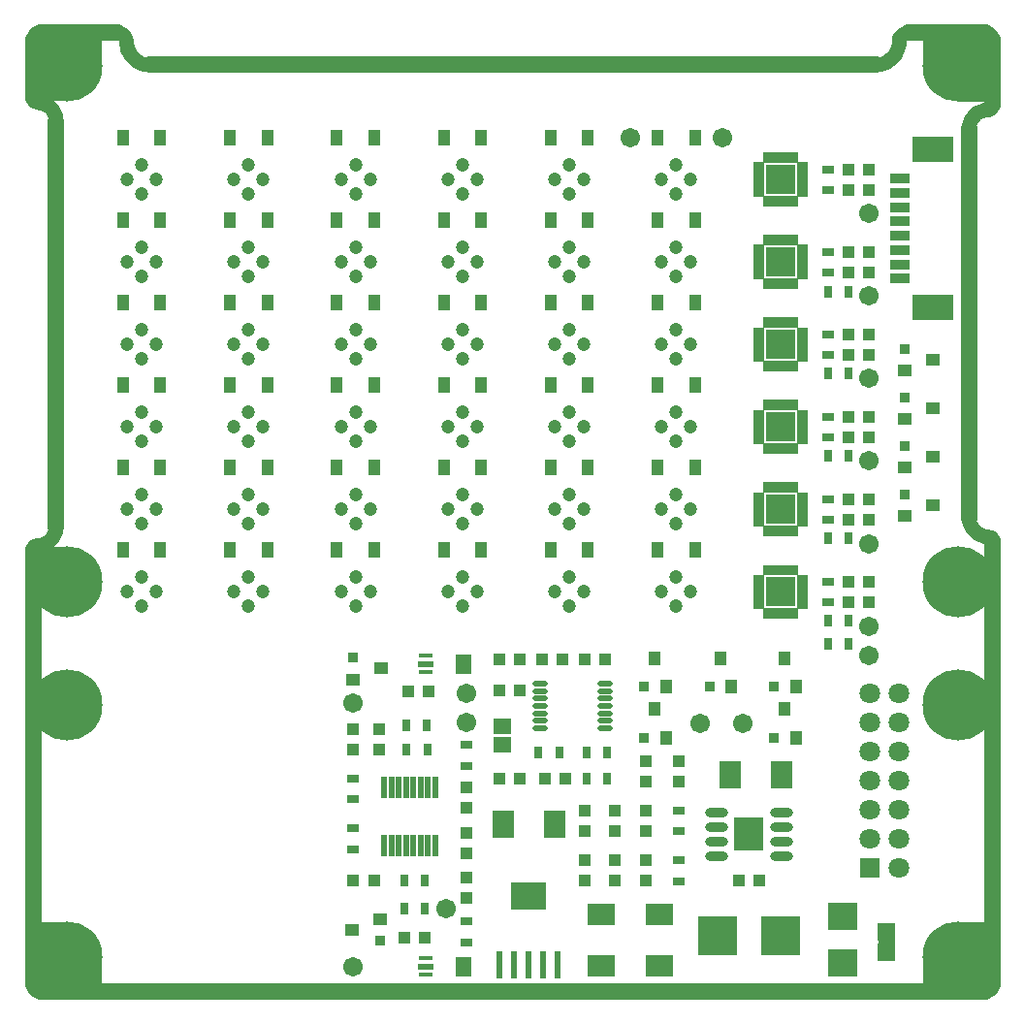
<source format=gbr>
G04*
G04 #@! TF.GenerationSoftware,Altium Limited,Altium Designer,24.1.2 (44)*
G04*
G04 Layer_Color=16711935*
%FSLAX44Y44*%
%MOMM*%
G71*
G04*
G04 #@! TF.SameCoordinates,14EC1D3F-8ED5-41FF-9881-AC4D2EF9915D*
G04*
G04*
G04 #@! TF.FilePolarity,Negative*
G04*
G01*
G75*
%ADD14C,1.2700*%
%ADD15C,1.4732*%
%ADD16R,2.8032X2.4605*%
%ADD17R,6.5381X2.6671*%
%ADD18R,3.1397X2.2324*%
%ADD19R,3.5104X1.9924*%
%ADD20R,6.1749X3.1682*%
%ADD21R,1.4100X1.3572*%
%ADD22R,3.1711X1.9818*%
%ADD23R,2.0433X3.1990*%
%ADD24R,2.9527X3.1711*%
%ADD25R,3.1682X6.1706*%
%ADD26C,6.2032*%
%ADD27C,1.4032*%
%ADD28C,1.2032*%
%ADD29C,1.8032*%
%ADD30R,1.8032X1.8032*%
%ADD31C,0.6032*%
%ADD60R,0.6325X2.3455*%
%ADD61R,3.1725X2.3455*%
%ADD74R,1.8796X2.3622*%
%ADD75R,0.9500X0.9000*%
%ADD78R,2.3622X1.8796*%
%ADD79R,0.9000X0.9500*%
%ADD82R,1.7018X0.8128*%
%ADD87R,1.2700X0.3810*%
%ADD88R,2.5032X3.0032*%
%ADD89O,2.0032X0.8032*%
%ADD90R,1.6032X1.6032*%
%ADD91R,2.5032X2.4892*%
%ADD92R,2.6000X2.6000*%
%ADD93R,3.6000X2.3098*%
%ADD94O,1.3500X0.4500*%
%ADD95R,3.5032X3.3532*%
%ADD96R,1.1032X1.0032*%
%ADD97R,0.8032X1.1032*%
%ADD98R,1.0032X1.1032*%
%ADD99R,1.1032X0.8032*%
%ADD100R,0.5000X1.9000*%
%ADD101R,1.5000X1.4000*%
%ADD102R,1.1532X1.1032*%
%ADD103R,1.4732X0.6032*%
%ADD104R,1.4732X1.7532*%
%ADD105R,1.1032X1.1532*%
%ADD106C,1.7032*%
%ADD107R,1.1132X1.4232*%
G36*
X664130Y729499D02*
X654130D01*
Y738549D01*
X664130D01*
Y729499D01*
D02*
G37*
G36*
X674130Y730000D02*
X682679D01*
Y725000D01*
Y720000D01*
X673629D01*
Y725000D01*
Y729499D01*
X664130D01*
Y738549D01*
X674130D01*
Y730000D01*
D02*
G37*
G36*
X654130Y729499D02*
X644631D01*
Y725000D01*
Y720000D01*
X635581D01*
Y725000D01*
Y730000D01*
X644130D01*
Y738549D01*
X654130D01*
Y729499D01*
D02*
G37*
G36*
X682679Y715000D02*
Y710000D01*
X673629D01*
Y715000D01*
Y720000D01*
X682679D01*
Y715000D01*
D02*
G37*
G36*
X644631D02*
Y710000D01*
X635581D01*
Y715000D01*
Y720000D01*
X644631D01*
Y715000D01*
D02*
G37*
G36*
X682679Y705000D02*
Y700000D01*
X674130D01*
Y691451D01*
X664130D01*
Y700501D01*
X673629D01*
Y705000D01*
Y710000D01*
X682679D01*
Y705000D01*
D02*
G37*
G36*
X664130Y691451D02*
X654130D01*
Y700501D01*
X664130D01*
Y691451D01*
D02*
G37*
G36*
X644631Y705000D02*
Y700501D01*
X654130D01*
Y691451D01*
X644130D01*
Y700000D01*
X635581D01*
Y705000D01*
Y710000D01*
X644631D01*
Y705000D01*
D02*
G37*
G36*
X664130Y657499D02*
X654130D01*
Y666549D01*
X664130D01*
Y657499D01*
D02*
G37*
G36*
X674130Y658000D02*
X682679D01*
Y653000D01*
Y648000D01*
X673629D01*
Y653000D01*
Y657499D01*
X664130D01*
Y666549D01*
X674130D01*
Y658000D01*
D02*
G37*
G36*
X654130Y657499D02*
X644631D01*
Y653000D01*
Y648000D01*
X635581D01*
Y653000D01*
Y658000D01*
X644130D01*
Y666549D01*
X654130D01*
Y657499D01*
D02*
G37*
G36*
X682679Y643000D02*
Y638000D01*
X673629D01*
Y643000D01*
Y648000D01*
X682679D01*
Y643000D01*
D02*
G37*
G36*
X644631D02*
Y638000D01*
X635581D01*
Y643000D01*
Y648000D01*
X644631D01*
Y643000D01*
D02*
G37*
G36*
X682679Y633000D02*
Y628000D01*
X674130D01*
Y619451D01*
X664130D01*
Y628501D01*
X673629D01*
Y633000D01*
Y638000D01*
X682679D01*
Y633000D01*
D02*
G37*
G36*
X664130Y619451D02*
X654130D01*
Y628501D01*
X664130D01*
Y619451D01*
D02*
G37*
G36*
X644631Y633000D02*
Y628501D01*
X654130D01*
Y619451D01*
X644130D01*
Y628000D01*
X635581D01*
Y633000D01*
Y638000D01*
X644631D01*
Y633000D01*
D02*
G37*
G36*
X664130Y585499D02*
X654130D01*
Y594549D01*
X664130D01*
Y585499D01*
D02*
G37*
G36*
X674130Y586000D02*
X682679D01*
Y581000D01*
Y576000D01*
X673629D01*
Y581000D01*
Y585499D01*
X664130D01*
Y594549D01*
X674130D01*
Y586000D01*
D02*
G37*
G36*
X654130Y585499D02*
X644631D01*
Y581000D01*
Y576000D01*
X635581D01*
Y581000D01*
Y586000D01*
X644130D01*
Y594549D01*
X654130D01*
Y585499D01*
D02*
G37*
G36*
X682679Y571000D02*
Y566000D01*
X673629D01*
Y571000D01*
Y576000D01*
X682679D01*
Y571000D01*
D02*
G37*
G36*
X644631D02*
Y566000D01*
X635581D01*
Y571000D01*
Y576000D01*
X644631D01*
Y571000D01*
D02*
G37*
G36*
X682679Y561000D02*
Y556000D01*
X674130D01*
Y547451D01*
X664130D01*
Y556501D01*
X673629D01*
Y561000D01*
Y566000D01*
X682679D01*
Y561000D01*
D02*
G37*
G36*
X664130Y547451D02*
X654130D01*
Y556501D01*
X664130D01*
Y547451D01*
D02*
G37*
G36*
X644631Y561000D02*
Y556501D01*
X654130D01*
Y547451D01*
X644130D01*
Y556000D01*
X635581D01*
Y561000D01*
Y566000D01*
X644631D01*
Y561000D01*
D02*
G37*
G36*
X664130Y513499D02*
X654130D01*
Y522549D01*
X664130D01*
Y513499D01*
D02*
G37*
G36*
X674130Y514000D02*
X682679D01*
Y509000D01*
Y504000D01*
X673629D01*
Y509000D01*
Y513499D01*
X664130D01*
Y522549D01*
X674130D01*
Y514000D01*
D02*
G37*
G36*
X654130Y513499D02*
X644631D01*
Y509000D01*
Y504000D01*
X635581D01*
Y509000D01*
Y514000D01*
X644130D01*
Y522549D01*
X654130D01*
Y513499D01*
D02*
G37*
G36*
X682679Y499000D02*
Y494000D01*
X673629D01*
Y499000D01*
Y504000D01*
X682679D01*
Y499000D01*
D02*
G37*
G36*
X644631D02*
Y494000D01*
X635581D01*
Y499000D01*
Y504000D01*
X644631D01*
Y499000D01*
D02*
G37*
G36*
X682679Y489000D02*
Y484000D01*
X674130D01*
Y475451D01*
X664130D01*
Y484501D01*
X673629D01*
Y489000D01*
Y494000D01*
X682679D01*
Y489000D01*
D02*
G37*
G36*
X664130Y475451D02*
X654130D01*
Y484501D01*
X664130D01*
Y475451D01*
D02*
G37*
G36*
X644631Y489000D02*
Y484501D01*
X654130D01*
Y475451D01*
X644130D01*
Y484000D01*
X635581D01*
Y489000D01*
Y494000D01*
X644631D01*
Y489000D01*
D02*
G37*
G36*
X664130Y441499D02*
X654130D01*
Y450549D01*
X664130D01*
Y441499D01*
D02*
G37*
G36*
X674130Y442000D02*
X682679D01*
Y437000D01*
Y432000D01*
X673629D01*
Y437000D01*
Y441499D01*
X664130D01*
Y450549D01*
X674130D01*
Y442000D01*
D02*
G37*
G36*
X654130Y441499D02*
X644631D01*
Y437000D01*
Y432000D01*
X635581D01*
Y437000D01*
Y442000D01*
X644130D01*
Y450549D01*
X654130D01*
Y441499D01*
D02*
G37*
G36*
X682679Y427000D02*
Y422000D01*
X673629D01*
Y427000D01*
Y432000D01*
X682679D01*
Y427000D01*
D02*
G37*
G36*
X644631D02*
Y422000D01*
X635581D01*
Y427000D01*
Y432000D01*
X644631D01*
Y427000D01*
D02*
G37*
G36*
X682679Y417000D02*
Y412000D01*
X674130D01*
Y403451D01*
X664130D01*
Y412501D01*
X673629D01*
Y417000D01*
Y422000D01*
X682679D01*
Y417000D01*
D02*
G37*
G36*
X664130Y403451D02*
X654130D01*
Y412501D01*
X664130D01*
Y403451D01*
D02*
G37*
G36*
X644631Y417000D02*
Y412501D01*
X654130D01*
Y403451D01*
X644130D01*
Y412000D01*
X635581D01*
Y417000D01*
Y422000D01*
X644631D01*
Y417000D01*
D02*
G37*
G36*
X664130Y369499D02*
X654130D01*
Y378549D01*
X664130D01*
Y369499D01*
D02*
G37*
G36*
X674130Y370000D02*
X682679D01*
Y365000D01*
Y360000D01*
X673629D01*
Y365000D01*
Y369499D01*
X664130D01*
Y378549D01*
X674130D01*
Y370000D01*
D02*
G37*
G36*
X654130Y369499D02*
X644631D01*
Y365000D01*
Y360000D01*
X635581D01*
Y365000D01*
Y370000D01*
X644130D01*
Y378549D01*
X654130D01*
Y369499D01*
D02*
G37*
G36*
X682679Y355000D02*
Y350000D01*
X673629D01*
Y355000D01*
Y360000D01*
X682679D01*
Y355000D01*
D02*
G37*
G36*
X644631D02*
Y350000D01*
X635581D01*
Y355000D01*
Y360000D01*
X644631D01*
Y355000D01*
D02*
G37*
G36*
X682679Y345000D02*
Y340000D01*
X674130D01*
Y331451D01*
X664130D01*
Y340501D01*
X673629D01*
Y345000D01*
Y350000D01*
X682679D01*
Y345000D01*
D02*
G37*
G36*
X664130Y331451D02*
X654130D01*
Y340501D01*
X664130D01*
Y331451D01*
D02*
G37*
G36*
X644631Y345000D02*
Y340501D01*
X654130D01*
Y331451D01*
X644130D01*
Y340000D01*
X635581D01*
Y345000D01*
Y350000D01*
X644631D01*
Y345000D01*
D02*
G37*
G36*
X758840Y47640D02*
X744840D01*
Y50940D01*
X758840D01*
Y47640D01*
D02*
G37*
D14*
X26350Y766130D02*
X26149Y768688D01*
X25550Y771182D01*
X24568Y773553D01*
X23228Y775740D01*
X21561Y777691D01*
X19611Y779358D01*
X17423Y780698D01*
X15053Y781680D01*
X12558Y782279D01*
X10000Y782480D01*
X838000Y6350D02*
X840821Y7105D01*
X842889Y9168D01*
X843650Y11988D01*
X770000Y843650D02*
X767636Y843275D01*
X765504Y842189D01*
X763811Y840496D01*
X762725Y838364D01*
X762350Y836000D01*
X843650Y838000D02*
X842893Y840825D01*
X840825Y842893D01*
X838000Y843650D01*
X843650Y400000D02*
X842581Y402581D01*
X840000Y403650D01*
X6350Y12000D02*
X7105Y9179D01*
X9168Y7111D01*
X11988Y6350D01*
X823650Y420000D02*
X823851Y417442D01*
X824450Y414948D01*
X825432Y412577D01*
X826772Y410390D01*
X828439Y408439D01*
X830390Y406772D01*
X832577Y405432D01*
X834948Y404450D01*
X837442Y403851D01*
X840000Y403650D01*
X742000Y815650D02*
X744451Y815798D01*
X746867Y816240D01*
X749212Y816970D01*
X751451Y817978D01*
X753553Y819247D01*
X755487Y820761D01*
X757225Y822497D01*
X758740Y824429D01*
X760012Y826529D01*
X761022Y828768D01*
X761755Y831112D01*
X762199Y833527D01*
X762350Y835978D01*
X12000Y843650D02*
X9175Y842893D01*
X7107Y840825D01*
X6350Y838000D01*
X10000Y396080D02*
X7419Y395011D01*
X6350Y392430D01*
X10000Y396080D02*
X12558Y396281D01*
X15053Y396880D01*
X17423Y397862D01*
X19611Y399202D01*
X21561Y400869D01*
X23228Y402820D01*
X24568Y405007D01*
X25550Y407378D01*
X26149Y409872D01*
X26350Y412430D01*
X87650Y836000D02*
X87276Y838360D01*
X86193Y840490D01*
X84506Y842182D01*
X82378Y843271D01*
X80019Y843650D01*
X6350Y786130D02*
X7419Y783549D01*
X10000Y782480D01*
X840001Y776350D02*
X837457Y776151D01*
X834975Y775559D01*
X832615Y774587D01*
X830436Y773260D01*
X828489Y771611D01*
X826823Y769678D01*
X825477Y767510D01*
X824486Y765159D01*
X823872Y762682D01*
X823651Y760140D01*
X87650Y835978D02*
X87801Y833527D01*
X88245Y831112D01*
X88978Y828768D01*
X89988Y826529D01*
X91260Y824429D01*
X92775Y822497D01*
X94513Y820761D01*
X96447Y819247D01*
X98549Y817978D01*
X100788Y816970D01*
X103133Y816240D01*
X105549Y815798D01*
X108000Y815650D01*
X840012Y776350D02*
X842562Y777399D01*
X843650Y779933D01*
D15*
X823650Y652286D02*
Y742286D01*
Y602286D02*
Y652286D01*
Y420000D02*
Y602286D01*
X823680D01*
X823650Y742286D02*
Y760000D01*
Y742286D02*
X823680D01*
X6350Y12025D02*
X6350Y392412D01*
X843650Y12000D02*
X843650Y400000D01*
X26350Y412430D02*
Y766130D01*
X843650Y780001D02*
Y838000D01*
X12000Y6350D02*
X837975Y6350D01*
X6350Y786130D02*
Y838000D01*
X770000Y843650D02*
X838000D01*
X12018Y843650D02*
X80000Y843650D01*
X108000Y815650D02*
X742000D01*
D16*
X23000Y382663D02*
D03*
D17*
X815627Y23681D02*
D03*
D18*
X828682Y55866D02*
D03*
D19*
X830536Y792962D02*
D03*
D20*
X813791Y828825D02*
D03*
D21*
X13802Y835934D02*
D03*
D22*
X21160Y792916D02*
D03*
D23*
X56771Y828700D02*
D03*
D24*
X52227Y21160D02*
D03*
D25*
X21175Y36187D02*
D03*
D26*
X36000Y36000D02*
D03*
X814000D02*
D03*
Y256000D02*
D03*
Y364000D02*
D03*
Y814000D02*
D03*
X36000D02*
D03*
Y364000D02*
D03*
Y256000D02*
D03*
D27*
Y58860D02*
D03*
X13140Y36000D02*
D03*
X36000Y13140D02*
D03*
X58860Y36000D02*
D03*
X52165Y52165D02*
D03*
X19835D02*
D03*
Y19835D02*
D03*
X52165D02*
D03*
X830164D02*
D03*
X797835D02*
D03*
Y52165D02*
D03*
X830164D02*
D03*
X836860Y36000D02*
D03*
X814000Y13140D02*
D03*
X791140Y36000D02*
D03*
X814000Y58860D02*
D03*
Y278860D02*
D03*
X791140Y256000D02*
D03*
X814000Y233140D02*
D03*
X836860Y256000D02*
D03*
X830164Y272164D02*
D03*
X797835D02*
D03*
Y239835D02*
D03*
X830164D02*
D03*
Y347836D02*
D03*
X797835D02*
D03*
Y380164D02*
D03*
X830164D02*
D03*
X836860Y364000D02*
D03*
X814000Y341140D02*
D03*
X791140Y364000D02*
D03*
X814000Y386860D02*
D03*
Y836860D02*
D03*
X791140Y814000D02*
D03*
X814000Y791140D02*
D03*
X836860Y814000D02*
D03*
X830164Y830164D02*
D03*
X797835D02*
D03*
Y797835D02*
D03*
X830164D02*
D03*
X52165D02*
D03*
X19835D02*
D03*
Y830164D02*
D03*
X52165D02*
D03*
X58860Y814000D02*
D03*
X36000Y791140D02*
D03*
X13140Y814000D02*
D03*
X36000Y836860D02*
D03*
Y386860D02*
D03*
X13140Y364000D02*
D03*
X36000Y341140D02*
D03*
X58860Y364000D02*
D03*
X52165Y380164D02*
D03*
X19835D02*
D03*
Y347836D02*
D03*
X52165D02*
D03*
Y239835D02*
D03*
X19835D02*
D03*
Y272164D02*
D03*
X52165D02*
D03*
X58860Y256000D02*
D03*
X36000Y233140D02*
D03*
X13140Y256000D02*
D03*
X36000Y278860D02*
D03*
D28*
X555400Y427000D02*
D03*
X568100Y439700D02*
D03*
Y414300D02*
D03*
X580800Y427000D02*
D03*
X555400Y355000D02*
D03*
X568100Y367700D02*
D03*
Y342300D02*
D03*
X580800Y355000D02*
D03*
X462060D02*
D03*
X474760Y367700D02*
D03*
Y342300D02*
D03*
X487460Y355000D02*
D03*
X368720Y427000D02*
D03*
X381420Y439700D02*
D03*
Y414300D02*
D03*
X394120Y427000D02*
D03*
X462060D02*
D03*
X474760Y439700D02*
D03*
Y414300D02*
D03*
X487460Y427000D02*
D03*
X368720Y355000D02*
D03*
X381420Y367700D02*
D03*
Y342300D02*
D03*
X394120Y355000D02*
D03*
X275380D02*
D03*
X288080Y367700D02*
D03*
Y342300D02*
D03*
X300780Y355000D02*
D03*
X275380Y427000D02*
D03*
X288080Y439700D02*
D03*
Y414300D02*
D03*
X300780Y427000D02*
D03*
X275380Y499000D02*
D03*
X288080Y511700D02*
D03*
Y486300D02*
D03*
X300780Y499000D02*
D03*
X368720D02*
D03*
X381420Y511700D02*
D03*
Y486300D02*
D03*
X394120Y499000D02*
D03*
X462060D02*
D03*
X474760Y511700D02*
D03*
Y486300D02*
D03*
X487460Y499000D02*
D03*
X555400D02*
D03*
X568100Y511700D02*
D03*
Y486300D02*
D03*
X580800Y499000D02*
D03*
X555400Y571000D02*
D03*
X568100Y583700D02*
D03*
Y558300D02*
D03*
X580800Y571000D02*
D03*
X462060D02*
D03*
X474760Y583700D02*
D03*
Y558300D02*
D03*
X487460Y571000D02*
D03*
X368720D02*
D03*
X381420Y583700D02*
D03*
Y558300D02*
D03*
X394120Y571000D02*
D03*
X275380D02*
D03*
X288080Y583700D02*
D03*
Y558300D02*
D03*
X300780Y571000D02*
D03*
X182040D02*
D03*
X194740Y583700D02*
D03*
Y558300D02*
D03*
X207440Y571000D02*
D03*
X182040Y499000D02*
D03*
X194740Y511700D02*
D03*
Y486300D02*
D03*
X207440Y499000D02*
D03*
X182040Y427000D02*
D03*
X194740Y439700D02*
D03*
Y414300D02*
D03*
X207440Y427000D02*
D03*
X182040Y355000D02*
D03*
X194740Y367700D02*
D03*
Y342300D02*
D03*
X207440Y355000D02*
D03*
X88700D02*
D03*
X101400Y367700D02*
D03*
Y342300D02*
D03*
X114100Y355000D02*
D03*
X88700Y427000D02*
D03*
X101400Y439700D02*
D03*
Y414300D02*
D03*
X114100Y427000D02*
D03*
X88700Y499000D02*
D03*
X101400Y511700D02*
D03*
Y486300D02*
D03*
X114100Y499000D02*
D03*
X88700Y571000D02*
D03*
X101400Y583700D02*
D03*
Y558300D02*
D03*
X114100Y571000D02*
D03*
X182040Y643000D02*
D03*
X194740Y655700D02*
D03*
Y630300D02*
D03*
X207440Y643000D02*
D03*
X275380D02*
D03*
X288080Y655700D02*
D03*
Y630300D02*
D03*
X300780Y643000D02*
D03*
X368720D02*
D03*
X381420Y655700D02*
D03*
Y630300D02*
D03*
X394120Y643000D02*
D03*
X462060D02*
D03*
X474760Y655700D02*
D03*
Y630300D02*
D03*
X487460Y643000D02*
D03*
X580800D02*
D03*
X568100Y630300D02*
D03*
Y655700D02*
D03*
X555400Y643000D02*
D03*
Y715000D02*
D03*
X568100Y727700D02*
D03*
Y702300D02*
D03*
X580800Y715000D02*
D03*
X462060D02*
D03*
X474760Y727700D02*
D03*
Y702300D02*
D03*
X487460Y715000D02*
D03*
X368720D02*
D03*
X381420Y727700D02*
D03*
Y702300D02*
D03*
X394120Y715000D02*
D03*
X275380D02*
D03*
X288080Y727700D02*
D03*
Y702300D02*
D03*
X300780Y715000D02*
D03*
X182040D02*
D03*
X194740Y727700D02*
D03*
Y702300D02*
D03*
X207440Y715000D02*
D03*
X88700D02*
D03*
X101400Y727700D02*
D03*
Y702300D02*
D03*
X114100Y715000D02*
D03*
X88700Y643000D02*
D03*
X101400Y655700D02*
D03*
Y630300D02*
D03*
X114100Y643000D02*
D03*
D29*
X762700Y113800D02*
D03*
Y139200D02*
D03*
Y164600D02*
D03*
Y190000D02*
D03*
Y215400D02*
D03*
Y240800D02*
D03*
Y266200D02*
D03*
X737300Y139200D02*
D03*
Y164600D02*
D03*
Y190000D02*
D03*
Y215400D02*
D03*
Y240800D02*
D03*
Y266200D02*
D03*
D30*
Y113800D02*
D03*
D31*
X843679Y813487D02*
D03*
Y803487D02*
D03*
Y833487D02*
D03*
Y823487D02*
D03*
Y793487D02*
D03*
Y783487D02*
D03*
X837038Y776011D02*
D03*
X828215Y771305D02*
D03*
X823901Y762284D02*
D03*
X823680Y752286D02*
D03*
X823680Y742286D02*
D03*
X823680Y732286D02*
D03*
X823680Y722286D02*
D03*
X823680Y712286D02*
D03*
X823680Y702286D02*
D03*
X823680Y692286D02*
D03*
X823680Y682286D02*
D03*
X823680Y672286D02*
D03*
X823680Y662286D02*
D03*
X823680Y652286D02*
D03*
X823680Y642286D02*
D03*
X823680Y632286D02*
D03*
X823680Y622286D02*
D03*
X823680Y612286D02*
D03*
X823680Y602286D02*
D03*
X823680Y592286D02*
D03*
X823680Y582286D02*
D03*
X823680Y572286D02*
D03*
X823680Y562286D02*
D03*
X823680Y552286D02*
D03*
X823680Y542286D02*
D03*
X823680Y532287D02*
D03*
X823680Y522287D02*
D03*
X823680Y512287D02*
D03*
X823679Y502287D02*
D03*
X823679Y492287D02*
D03*
X823679Y482287D02*
D03*
X823679Y472287D02*
D03*
X823679Y462287D02*
D03*
X823679Y452287D02*
D03*
X823679Y442287D02*
D03*
X823679Y432287D02*
D03*
X823679Y422287D02*
D03*
X825524Y412458D02*
D03*
X832651Y405444D02*
D03*
X842293Y402794D02*
D03*
X843679Y392890D02*
D03*
Y382890D02*
D03*
Y372890D02*
D03*
Y362890D02*
D03*
Y352891D02*
D03*
Y342891D02*
D03*
Y332891D02*
D03*
Y322891D02*
D03*
Y312890D02*
D03*
Y302891D02*
D03*
Y292891D02*
D03*
Y282891D02*
D03*
Y272891D02*
D03*
X843679Y262891D02*
D03*
Y252891D02*
D03*
Y242891D02*
D03*
Y232891D02*
D03*
Y222891D02*
D03*
Y212891D02*
D03*
Y202891D02*
D03*
Y192891D02*
D03*
Y182891D02*
D03*
Y172891D02*
D03*
Y162891D02*
D03*
Y152891D02*
D03*
Y142891D02*
D03*
X843679Y132891D02*
D03*
Y122891D02*
D03*
Y112891D02*
D03*
Y102891D02*
D03*
Y92891D02*
D03*
Y82891D02*
D03*
Y72891D02*
D03*
Y62891D02*
D03*
Y52891D02*
D03*
Y42891D02*
D03*
Y32891D02*
D03*
Y22891D02*
D03*
X843566Y12892D02*
D03*
X836028Y6321D02*
D03*
X826028D02*
D03*
X816028D02*
D03*
X806028D02*
D03*
X796028D02*
D03*
X786028D02*
D03*
X776028D02*
D03*
X766028D02*
D03*
X756028D02*
D03*
X746028D02*
D03*
X736028D02*
D03*
X726028D02*
D03*
X716029D02*
D03*
X706029D02*
D03*
X696029D02*
D03*
X686029D02*
D03*
X676029D02*
D03*
X666029D02*
D03*
X656029D02*
D03*
X646029D02*
D03*
X636029D02*
D03*
X626029D02*
D03*
X616029D02*
D03*
X606029D02*
D03*
X596029D02*
D03*
X586029D02*
D03*
X576029D02*
D03*
X566029D02*
D03*
X556029D02*
D03*
X546029D02*
D03*
X536029D02*
D03*
X526029D02*
D03*
X516029D02*
D03*
X506029D02*
D03*
X496029D02*
D03*
X486029D02*
D03*
X476029D02*
D03*
X466029D02*
D03*
X456029D02*
D03*
X446029D02*
D03*
X436029D02*
D03*
X426029D02*
D03*
X416029D02*
D03*
X406029D02*
D03*
X396029D02*
D03*
X386029D02*
D03*
X376029D02*
D03*
X366029D02*
D03*
X356029D02*
D03*
X346029D02*
D03*
X336029D02*
D03*
X326029D02*
D03*
X316029D02*
D03*
X306029D02*
D03*
X296029D02*
D03*
X286029D02*
D03*
X276029D02*
D03*
X266029D02*
D03*
X256029D02*
D03*
X246029D02*
D03*
X236029D02*
D03*
X226029D02*
D03*
X216029D02*
D03*
X206029D02*
D03*
X196029D02*
D03*
X186029D02*
D03*
X176029D02*
D03*
X166030D02*
D03*
X156030D02*
D03*
X146030D02*
D03*
X136030D02*
D03*
X126030D02*
D03*
X116030D02*
D03*
X106030D02*
D03*
X96030D02*
D03*
X86030D02*
D03*
X76030D02*
D03*
X66030D02*
D03*
X56030D02*
D03*
X46030D02*
D03*
X36030D02*
D03*
X26030D02*
D03*
X16030D02*
D03*
X6742Y10027D02*
D03*
X6321Y20018D02*
D03*
Y30018D02*
D03*
Y40018D02*
D03*
Y50018D02*
D03*
Y60018D02*
D03*
Y70018D02*
D03*
Y80018D02*
D03*
Y90018D02*
D03*
Y100018D02*
D03*
Y110018D02*
D03*
Y120018D02*
D03*
Y130018D02*
D03*
Y140018D02*
D03*
Y150018D02*
D03*
Y160018D02*
D03*
Y170018D02*
D03*
Y180018D02*
D03*
Y190018D02*
D03*
Y200018D02*
D03*
Y210018D02*
D03*
Y220018D02*
D03*
Y230018D02*
D03*
Y240018D02*
D03*
Y250018D02*
D03*
Y260018D02*
D03*
Y270018D02*
D03*
Y280018D02*
D03*
Y290018D02*
D03*
Y300018D02*
D03*
Y310018D02*
D03*
Y320018D02*
D03*
Y330018D02*
D03*
Y340018D02*
D03*
Y350017D02*
D03*
Y360017D02*
D03*
Y370017D02*
D03*
Y380017D02*
D03*
Y390017D02*
D03*
X13880Y396564D02*
D03*
X22373Y401844D02*
D03*
X26332Y411026D02*
D03*
X26321Y421026D02*
D03*
Y431026D02*
D03*
Y441026D02*
D03*
Y451026D02*
D03*
Y461026D02*
D03*
Y471026D02*
D03*
Y481026D02*
D03*
Y491026D02*
D03*
Y501026D02*
D03*
Y511026D02*
D03*
Y521026D02*
D03*
Y531026D02*
D03*
Y541026D02*
D03*
Y551026D02*
D03*
Y561026D02*
D03*
Y571026D02*
D03*
Y581026D02*
D03*
Y591026D02*
D03*
Y601026D02*
D03*
Y611026D02*
D03*
Y621026D02*
D03*
Y631026D02*
D03*
Y641026D02*
D03*
Y651026D02*
D03*
Y661026D02*
D03*
Y671026D02*
D03*
Y681026D02*
D03*
Y691026D02*
D03*
Y701026D02*
D03*
Y711026D02*
D03*
Y721026D02*
D03*
Y731026D02*
D03*
Y741026D02*
D03*
Y751026D02*
D03*
Y761026D02*
D03*
X25583Y770999D02*
D03*
X19766Y779132D02*
D03*
X10419Y782688D02*
D03*
X6321Y791810D02*
D03*
Y801810D02*
D03*
Y811810D02*
D03*
Y821809D02*
D03*
Y831809D02*
D03*
X7768Y841704D02*
D03*
X17571Y843679D02*
D03*
X27571D02*
D03*
X37571D02*
D03*
X47571Y843679D02*
D03*
X57571D02*
D03*
X67571D02*
D03*
X77571D02*
D03*
X86726Y839656D02*
D03*
X88693Y829852D02*
D03*
X93933Y821335D02*
D03*
X102659Y816448D02*
D03*
X112629Y815679D02*
D03*
X122629D02*
D03*
X132629D02*
D03*
X142629D02*
D03*
X152629D02*
D03*
X162629D02*
D03*
X172629D02*
D03*
X182629D02*
D03*
X192629D02*
D03*
X202629D02*
D03*
X212629D02*
D03*
X222629D02*
D03*
X232629D02*
D03*
X242628D02*
D03*
X252628D02*
D03*
X262628D02*
D03*
X272628D02*
D03*
X282628D02*
D03*
X292628D02*
D03*
X302628D02*
D03*
X312628D02*
D03*
X322628D02*
D03*
X332628D02*
D03*
X342628D02*
D03*
X352628D02*
D03*
X362628D02*
D03*
X372628D02*
D03*
X382628D02*
D03*
X392628D02*
D03*
X402628D02*
D03*
X412628D02*
D03*
X422628D02*
D03*
X432628D02*
D03*
X442628D02*
D03*
X452628D02*
D03*
X462628D02*
D03*
X472628D02*
D03*
X482628D02*
D03*
X492628D02*
D03*
X502628D02*
D03*
X512628D02*
D03*
X522628D02*
D03*
X532628D02*
D03*
X542628D02*
D03*
X552628D02*
D03*
X562628D02*
D03*
X572628D02*
D03*
X582628D02*
D03*
X592628D02*
D03*
X602628D02*
D03*
X612628D02*
D03*
X622628D02*
D03*
X632628D02*
D03*
X642628D02*
D03*
X652628D02*
D03*
X662628D02*
D03*
X672628D02*
D03*
X682628D02*
D03*
X692628D02*
D03*
X702628D02*
D03*
X712628D02*
D03*
X722628D02*
D03*
X732628D02*
D03*
X742627Y815704D02*
D03*
X752230Y818495D02*
D03*
X759363Y825504D02*
D03*
X762267Y835073D02*
D03*
X767868Y843357D02*
D03*
X777863Y843679D02*
D03*
X787863D02*
D03*
X797863D02*
D03*
X807863D02*
D03*
X817863D02*
D03*
X827863D02*
D03*
X837863D02*
D03*
D60*
X464542Y29088D02*
D03*
X451842D02*
D03*
X439142D02*
D03*
X426442D02*
D03*
X413742D02*
D03*
D61*
X439142Y89294D02*
D03*
D74*
X461772Y152273D02*
D03*
X417068D02*
D03*
X615370Y195580D02*
D03*
X660074D02*
D03*
D75*
X309666Y50190D02*
D03*
X767280Y567030D02*
D03*
Y524697D02*
D03*
Y482363D02*
D03*
Y440030D02*
D03*
X285750Y297485D02*
D03*
D78*
X502920Y73152D02*
D03*
Y28448D02*
D03*
X553720Y73240D02*
D03*
Y28536D02*
D03*
D79*
X539931Y227530D02*
D03*
X653440D02*
D03*
Y271980D02*
D03*
X597320D02*
D03*
X539931D02*
D03*
D82*
X763435Y715980D02*
D03*
Y703480D02*
D03*
Y690980D02*
D03*
Y678480D02*
D03*
Y665980D02*
D03*
Y653480D02*
D03*
Y640980D02*
D03*
Y628480D02*
D03*
D87*
X349250Y34925D02*
D03*
Y20955D02*
D03*
Y299085D02*
D03*
Y285115D02*
D03*
D88*
X631630Y143510D02*
D03*
D89*
X659880Y162560D02*
D03*
Y149860D02*
D03*
Y137160D02*
D03*
Y124460D02*
D03*
X603380Y162560D02*
D03*
Y149860D02*
D03*
Y137160D02*
D03*
Y124460D02*
D03*
D90*
X751840Y40640D02*
D03*
Y57940D02*
D03*
D91*
X713170Y71700D02*
D03*
Y31060D02*
D03*
D92*
X659130Y715000D02*
D03*
Y499000D02*
D03*
Y643000D02*
D03*
Y427000D02*
D03*
Y355000D02*
D03*
Y571000D02*
D03*
D93*
X792435Y741480D02*
D03*
Y602980D02*
D03*
D94*
X505770Y274770D02*
D03*
Y268270D02*
D03*
Y261770D02*
D03*
Y255270D02*
D03*
Y248770D02*
D03*
Y242270D02*
D03*
Y235770D02*
D03*
X449270Y274770D02*
D03*
Y268270D02*
D03*
Y261770D02*
D03*
Y255270D02*
D03*
Y248770D02*
D03*
Y242270D02*
D03*
Y235770D02*
D03*
D95*
X659130Y54610D02*
D03*
X604130D02*
D03*
D96*
X413910Y295888D02*
D03*
X431910D02*
D03*
Y269240D02*
D03*
X413910D02*
D03*
X351900Y267970D02*
D03*
X333900D02*
D03*
X413800Y191770D02*
D03*
X431800D02*
D03*
X453280D02*
D03*
X471280D02*
D03*
X286283Y102870D02*
D03*
X304283D02*
D03*
X330718Y53340D02*
D03*
X348718D02*
D03*
X622630Y102870D02*
D03*
X640630D02*
D03*
X451054Y295888D02*
D03*
X469054D02*
D03*
X488198D02*
D03*
X506198D02*
D03*
D97*
X332362Y238761D02*
D03*
X350521Y238760D02*
D03*
X350900Y217169D02*
D03*
X332741Y217170D02*
D03*
X447931Y214631D02*
D03*
X466090Y214630D02*
D03*
X489841Y214631D02*
D03*
X508000Y214630D02*
D03*
X489842Y191771D02*
D03*
X508001Y191770D02*
D03*
X330449Y102871D02*
D03*
X348608Y102870D02*
D03*
X330449Y78741D02*
D03*
X348608Y78740D02*
D03*
X718821Y309880D02*
D03*
X700662Y309881D02*
D03*
Y330201D02*
D03*
X718821Y330200D02*
D03*
X700662Y401956D02*
D03*
X718821Y401955D02*
D03*
X700662Y473711D02*
D03*
X718821Y473710D02*
D03*
X700662Y545466D02*
D03*
X718821Y545465D02*
D03*
X700662Y617221D02*
D03*
X718821Y617220D02*
D03*
D98*
X308610Y235060D02*
D03*
Y217060D02*
D03*
X285750D02*
D03*
Y235060D02*
D03*
X384810Y166260D02*
D03*
Y184260D02*
D03*
X488188Y163940D02*
D03*
Y145940D02*
D03*
X514858D02*
D03*
Y163940D02*
D03*
X488188Y120760D02*
D03*
Y102760D02*
D03*
X541528D02*
D03*
Y120760D02*
D03*
X514858Y102760D02*
D03*
Y120760D02*
D03*
X384810Y126890D02*
D03*
Y144890D02*
D03*
Y105520D02*
D03*
Y87520D02*
D03*
X541528Y189247D02*
D03*
Y207247D02*
D03*
X570230D02*
D03*
Y189247D02*
D03*
X541528Y145940D02*
D03*
Y163940D02*
D03*
X718820Y346000D02*
D03*
Y364000D02*
D03*
X736600D02*
D03*
Y346000D02*
D03*
X718820Y418000D02*
D03*
Y436000D02*
D03*
X736600D02*
D03*
Y418000D02*
D03*
X718820Y490000D02*
D03*
Y508000D02*
D03*
X736600D02*
D03*
Y490000D02*
D03*
X718820Y562000D02*
D03*
Y580000D02*
D03*
X736600D02*
D03*
Y562000D02*
D03*
X718820Y634000D02*
D03*
Y652000D02*
D03*
X736600Y634000D02*
D03*
Y652000D02*
D03*
X718820Y706000D02*
D03*
Y724000D02*
D03*
X736600D02*
D03*
Y706000D02*
D03*
D99*
X285751Y192148D02*
D03*
X285750Y173989D02*
D03*
X285749Y130432D02*
D03*
X285750Y148591D02*
D03*
X384811Y221358D02*
D03*
X384810Y203199D02*
D03*
X384817Y49152D02*
D03*
X384818Y67311D02*
D03*
X570229Y102491D02*
D03*
X570230Y120650D02*
D03*
X570231Y164209D02*
D03*
X570230Y146050D02*
D03*
X701039Y345733D02*
D03*
X701040Y363892D02*
D03*
X701039Y417733D02*
D03*
X701040Y435892D02*
D03*
X701039Y561733D02*
D03*
X701040Y579892D02*
D03*
X701039Y633733D02*
D03*
X701040Y651892D02*
D03*
X701039Y705733D02*
D03*
X701040Y723892D02*
D03*
Y507892D02*
D03*
X701039Y489733D02*
D03*
D100*
X357505Y184277D02*
D03*
X351155D02*
D03*
X344805D02*
D03*
X338455D02*
D03*
X332105D02*
D03*
X325755D02*
D03*
X319405D02*
D03*
X313055D02*
D03*
Y133223D02*
D03*
X319405D02*
D03*
X325755D02*
D03*
X332105D02*
D03*
X338455D02*
D03*
X344805D02*
D03*
X351155D02*
D03*
X357505D02*
D03*
D101*
X416167Y221870D02*
D03*
Y237870D02*
D03*
D102*
X309666Y69190D02*
D03*
X284666Y59690D02*
D03*
X767280Y548030D02*
D03*
X792280Y557530D02*
D03*
X767280Y505697D02*
D03*
X792280Y515197D02*
D03*
X767280Y463363D02*
D03*
X792280Y472863D02*
D03*
X767280Y421030D02*
D03*
X792280Y430530D02*
D03*
X310750Y287985D02*
D03*
X285750Y278485D02*
D03*
D103*
X349377Y27647D02*
D03*
X349369Y292205D02*
D03*
D104*
X382397Y27647D02*
D03*
X382389Y292205D02*
D03*
D105*
X558931Y227530D02*
D03*
X549431Y252530D02*
D03*
X672440Y227530D02*
D03*
X662940Y252530D02*
D03*
Y296980D02*
D03*
X672440Y271980D02*
D03*
X606820Y296980D02*
D03*
X616320Y271980D02*
D03*
X549431Y296980D02*
D03*
X558931Y271980D02*
D03*
D106*
X736600Y299720D02*
D03*
X608330Y751840D02*
D03*
X528320D02*
D03*
X384810Y241300D02*
D03*
X285750Y27774D02*
D03*
X736600Y613410D02*
D03*
Y397192D02*
D03*
X589280Y240030D02*
D03*
X626110D02*
D03*
X736600Y469265D02*
D03*
X285750Y257810D02*
D03*
X384810Y266700D02*
D03*
X367030Y78740D02*
D03*
X736600Y685800D02*
D03*
Y541338D02*
D03*
Y325120D02*
D03*
D107*
X458410Y391840D02*
D03*
X491110D02*
D03*
X551750D02*
D03*
X584450D02*
D03*
X551750Y463840D02*
D03*
X584450D02*
D03*
X458410D02*
D03*
X491110D02*
D03*
X458410Y535840D02*
D03*
X491110D02*
D03*
X551750D02*
D03*
X584450D02*
D03*
X551750Y607840D02*
D03*
X584450D02*
D03*
X458410D02*
D03*
X491110D02*
D03*
X365070D02*
D03*
X397770D02*
D03*
X365070Y535840D02*
D03*
X397770D02*
D03*
X365070Y463840D02*
D03*
X397770D02*
D03*
X365070Y391840D02*
D03*
X397770D02*
D03*
X271730D02*
D03*
X304430D02*
D03*
X271730Y463840D02*
D03*
X304430D02*
D03*
X271730Y535840D02*
D03*
X304430D02*
D03*
X178390Y607840D02*
D03*
X211090D02*
D03*
X271730D02*
D03*
X304430D02*
D03*
X178390Y535840D02*
D03*
X211090D02*
D03*
X178390Y463840D02*
D03*
X211090D02*
D03*
X178390Y391840D02*
D03*
X211090D02*
D03*
X85050D02*
D03*
X117750D02*
D03*
X85050Y463840D02*
D03*
X117750D02*
D03*
X85050Y535840D02*
D03*
X117750D02*
D03*
X85050Y607840D02*
D03*
X117750D02*
D03*
X85050Y679840D02*
D03*
X117750D02*
D03*
X178390D02*
D03*
X211090D02*
D03*
X271730D02*
D03*
X304430D02*
D03*
X365070D02*
D03*
X397770D02*
D03*
X458410D02*
D03*
X491110D02*
D03*
X551750D02*
D03*
X584450D02*
D03*
X551750Y751840D02*
D03*
X584450D02*
D03*
X458410D02*
D03*
X491110D02*
D03*
X365070D02*
D03*
X397770D02*
D03*
X271730D02*
D03*
X304430D02*
D03*
X178390D02*
D03*
X211090D02*
D03*
X85050D02*
D03*
X117750D02*
D03*
M02*

</source>
